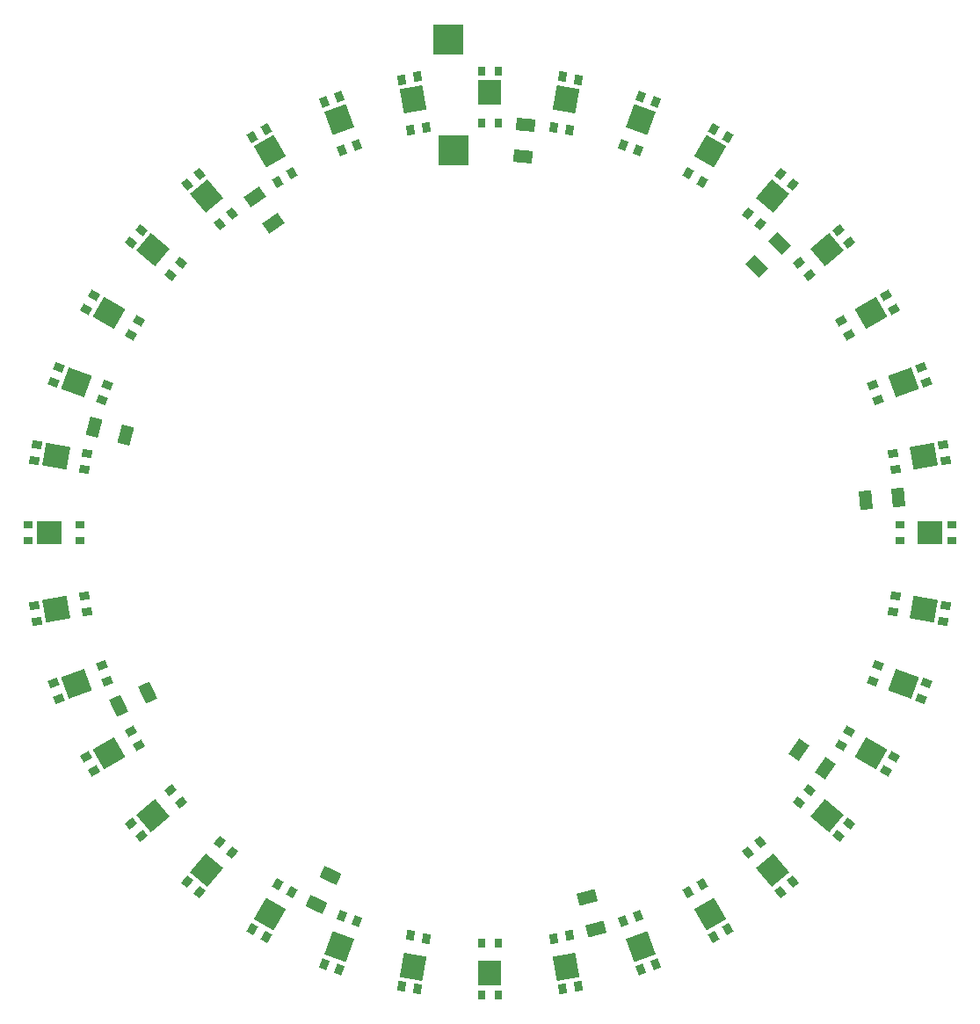
<source format=gtp>
G04*
G04 #@! TF.GenerationSoftware,Altium Limited,Altium Designer,19.1.7 (138)*
G04*
G04 Layer_Color=8421504*
%FSLAX25Y25*%
%MOIN*%
G70*
G01*
G75*
G04:AMPARAMS|DCode=12|XSize=70.87mil|YSize=47.24mil|CornerRadius=0mil|HoleSize=0mil|Usage=FLASHONLY|Rotation=315.000|XOffset=0mil|YOffset=0mil|HoleType=Round|Shape=Rectangle|*
%AMROTATEDRECTD12*
4,1,4,-0.04176,0.00835,-0.00835,0.04176,0.04176,-0.00835,0.00835,-0.04176,-0.04176,0.00835,0.0*
%
%ADD12ROTATEDRECTD12*%

G04:AMPARAMS|DCode=13|XSize=70.87mil|YSize=47.24mil|CornerRadius=0mil|HoleSize=0mil|Usage=FLASHONLY|Rotation=275.000|XOffset=0mil|YOffset=0mil|HoleType=Round|Shape=Rectangle|*
%AMROTATEDRECTD13*
4,1,4,-0.02662,0.03324,0.02044,0.03736,0.02662,-0.03324,-0.02044,-0.03736,-0.02662,0.03324,0.0*
%
%ADD13ROTATEDRECTD13*%

G04:AMPARAMS|DCode=14|XSize=70.87mil|YSize=47.24mil|CornerRadius=0mil|HoleSize=0mil|Usage=FLASHONLY|Rotation=235.000|XOffset=0mil|YOffset=0mil|HoleType=Round|Shape=Rectangle|*
%AMROTATEDRECTD14*
4,1,4,0.00097,0.04257,0.03967,0.01548,-0.00097,-0.04257,-0.03967,-0.01548,0.00097,0.04257,0.0*
%
%ADD14ROTATEDRECTD14*%

G04:AMPARAMS|DCode=15|XSize=70.87mil|YSize=47.24mil|CornerRadius=0mil|HoleSize=0mil|Usage=FLASHONLY|Rotation=195.000|XOffset=0mil|YOffset=0mil|HoleType=Round|Shape=Rectangle|*
%AMROTATEDRECTD15*
4,1,4,0.02811,0.03199,0.04034,-0.01365,-0.02811,-0.03199,-0.04034,0.01365,0.02811,0.03199,0.0*
%
%ADD15ROTATEDRECTD15*%

G04:AMPARAMS|DCode=16|XSize=70.87mil|YSize=47.24mil|CornerRadius=0mil|HoleSize=0mil|Usage=FLASHONLY|Rotation=75.000|XOffset=0mil|YOffset=0mil|HoleType=Round|Shape=Rectangle|*
%AMROTATEDRECTD16*
4,1,4,0.01365,-0.04034,-0.03199,-0.02811,-0.01365,0.04034,0.03199,0.02811,0.01365,-0.04034,0.0*
%
%ADD16ROTATEDRECTD16*%

G04:AMPARAMS|DCode=17|XSize=70.87mil|YSize=47.24mil|CornerRadius=0mil|HoleSize=0mil|Usage=FLASHONLY|Rotation=155.000|XOffset=0mil|YOffset=0mil|HoleType=Round|Shape=Rectangle|*
%AMROTATEDRECTD17*
4,1,4,0.04210,0.00643,0.02213,-0.03638,-0.04210,-0.00643,-0.02213,0.03638,0.04210,0.00643,0.0*
%
%ADD17ROTATEDRECTD17*%

G04:AMPARAMS|DCode=18|XSize=70.87mil|YSize=47.24mil|CornerRadius=0mil|HoleSize=0mil|Usage=FLASHONLY|Rotation=115.000|XOffset=0mil|YOffset=0mil|HoleType=Round|Shape=Rectangle|*
%AMROTATEDRECTD18*
4,1,4,0.03638,-0.02213,-0.00643,-0.04210,-0.03638,0.02213,0.00643,0.04210,0.03638,-0.02213,0.0*
%
%ADD18ROTATEDRECTD18*%

G04:AMPARAMS|DCode=19|XSize=70.87mil|YSize=47.24mil|CornerRadius=0mil|HoleSize=0mil|Usage=FLASHONLY|Rotation=35.000|XOffset=0mil|YOffset=0mil|HoleType=Round|Shape=Rectangle|*
%AMROTATEDRECTD19*
4,1,4,-0.01548,-0.03967,-0.04257,-0.00097,0.01548,0.03967,0.04257,0.00097,-0.01548,-0.03967,0.0*
%
%ADD19ROTATEDRECTD19*%

G04:AMPARAMS|DCode=20|XSize=86.61mil|YSize=93.31mil|CornerRadius=0mil|HoleSize=0mil|Usage=FLASHONLY|Rotation=290.000|XOffset=0mil|YOffset=0mil|HoleType=Round|Shape=Rectangle|*
%AMROTATEDRECTD20*
4,1,4,-0.05865,0.02474,0.02903,0.05665,0.05865,-0.02474,-0.02903,-0.05665,-0.05865,0.02474,0.0*
%
%ADD20ROTATEDRECTD20*%

G04:AMPARAMS|DCode=21|XSize=29.53mil|YSize=37.4mil|CornerRadius=0mil|HoleSize=0mil|Usage=FLASHONLY|Rotation=290.000|XOffset=0mil|YOffset=0mil|HoleType=Round|Shape=Rectangle|*
%AMROTATEDRECTD21*
4,1,4,-0.02262,0.00748,0.01252,0.02027,0.02262,-0.00748,-0.01252,-0.02027,-0.02262,0.00748,0.0*
%
%ADD21ROTATEDRECTD21*%

%ADD22R,0.11811X0.11811*%
G04:AMPARAMS|DCode=23|XSize=70.87mil|YSize=47.24mil|CornerRadius=0mil|HoleSize=0mil|Usage=FLASHONLY|Rotation=355.000|XOffset=0mil|YOffset=0mil|HoleType=Round|Shape=Rectangle|*
%AMROTATEDRECTD23*
4,1,4,-0.03736,-0.02044,-0.03324,0.02662,0.03736,0.02044,0.03324,-0.02662,-0.03736,-0.02044,0.0*
%
%ADD23ROTATEDRECTD23*%

%ADD24R,0.02953X0.03740*%
%ADD25R,0.08661X0.09331*%
G04:AMPARAMS|DCode=26|XSize=29.53mil|YSize=37.4mil|CornerRadius=0mil|HoleSize=0mil|Usage=FLASHONLY|Rotation=190.000|XOffset=0mil|YOffset=0mil|HoleType=Round|Shape=Rectangle|*
%AMROTATEDRECTD26*
4,1,4,0.01129,0.02098,0.01779,-0.01585,-0.01129,-0.02098,-0.01779,0.01585,0.01129,0.02098,0.0*
%
%ADD26ROTATEDRECTD26*%

G04:AMPARAMS|DCode=27|XSize=86.61mil|YSize=93.31mil|CornerRadius=0mil|HoleSize=0mil|Usage=FLASHONLY|Rotation=190.000|XOffset=0mil|YOffset=0mil|HoleType=Round|Shape=Rectangle|*
%AMROTATEDRECTD27*
4,1,4,0.03455,0.05347,0.05075,-0.03842,-0.03455,-0.05347,-0.05075,0.03842,0.03455,0.05347,0.0*
%
%ADD27ROTATEDRECTD27*%

G04:AMPARAMS|DCode=28|XSize=29.53mil|YSize=37.4mil|CornerRadius=0mil|HoleSize=0mil|Usage=FLASHONLY|Rotation=200.000|XOffset=0mil|YOffset=0mil|HoleType=Round|Shape=Rectangle|*
%AMROTATEDRECTD28*
4,1,4,0.00748,0.02262,0.02027,-0.01252,-0.00748,-0.02262,-0.02027,0.01252,0.00748,0.02262,0.0*
%
%ADD28ROTATEDRECTD28*%

G04:AMPARAMS|DCode=29|XSize=86.61mil|YSize=93.31mil|CornerRadius=0mil|HoleSize=0mil|Usage=FLASHONLY|Rotation=200.000|XOffset=0mil|YOffset=0mil|HoleType=Round|Shape=Rectangle|*
%AMROTATEDRECTD29*
4,1,4,0.02474,0.05865,0.05665,-0.02903,-0.02474,-0.05865,-0.05665,0.02903,0.02474,0.05865,0.0*
%
%ADD29ROTATEDRECTD29*%

G04:AMPARAMS|DCode=30|XSize=29.53mil|YSize=37.4mil|CornerRadius=0mil|HoleSize=0mil|Usage=FLASHONLY|Rotation=210.000|XOffset=0mil|YOffset=0mil|HoleType=Round|Shape=Rectangle|*
%AMROTATEDRECTD30*
4,1,4,0.00344,0.02358,0.02214,-0.00881,-0.00344,-0.02358,-0.02214,0.00881,0.00344,0.02358,0.0*
%
%ADD30ROTATEDRECTD30*%

G04:AMPARAMS|DCode=31|XSize=86.61mil|YSize=93.31mil|CornerRadius=0mil|HoleSize=0mil|Usage=FLASHONLY|Rotation=210.000|XOffset=0mil|YOffset=0mil|HoleType=Round|Shape=Rectangle|*
%AMROTATEDRECTD31*
4,1,4,0.01418,0.06206,0.06083,-0.01875,-0.01418,-0.06206,-0.06083,0.01875,0.01418,0.06206,0.0*
%
%ADD31ROTATEDRECTD31*%

G04:AMPARAMS|DCode=32|XSize=29.53mil|YSize=37.4mil|CornerRadius=0mil|HoleSize=0mil|Usage=FLASHONLY|Rotation=220.000|XOffset=0mil|YOffset=0mil|HoleType=Round|Shape=Rectangle|*
%AMROTATEDRECTD32*
4,1,4,-0.00071,0.02382,0.02333,-0.00484,0.00071,-0.02382,-0.02333,0.00484,-0.00071,0.02382,0.0*
%
%ADD32ROTATEDRECTD32*%

G04:AMPARAMS|DCode=33|XSize=86.61mil|YSize=93.31mil|CornerRadius=0mil|HoleSize=0mil|Usage=FLASHONLY|Rotation=220.000|XOffset=0mil|YOffset=0mil|HoleType=Round|Shape=Rectangle|*
%AMROTATEDRECTD33*
4,1,4,0.00319,0.06358,0.06316,-0.00790,-0.00319,-0.06358,-0.06316,0.00790,0.00319,0.06358,0.0*
%
%ADD33ROTATEDRECTD33*%

G04:AMPARAMS|DCode=34|XSize=29.53mil|YSize=37.4mil|CornerRadius=0mil|HoleSize=0mil|Usage=FLASHONLY|Rotation=230.000|XOffset=0mil|YOffset=0mil|HoleType=Round|Shape=Rectangle|*
%AMROTATEDRECTD34*
4,1,4,-0.00484,0.02333,0.02382,-0.00071,0.00484,-0.02333,-0.02382,0.00071,-0.00484,0.02333,0.0*
%
%ADD34ROTATEDRECTD34*%

G04:AMPARAMS|DCode=35|XSize=86.61mil|YSize=93.31mil|CornerRadius=0mil|HoleSize=0mil|Usage=FLASHONLY|Rotation=230.000|XOffset=0mil|YOffset=0mil|HoleType=Round|Shape=Rectangle|*
%AMROTATEDRECTD35*
4,1,4,-0.00790,0.06316,0.06358,0.00319,0.00790,-0.06316,-0.06358,-0.00319,-0.00790,0.06316,0.0*
%
%ADD35ROTATEDRECTD35*%

G04:AMPARAMS|DCode=36|XSize=29.53mil|YSize=37.4mil|CornerRadius=0mil|HoleSize=0mil|Usage=FLASHONLY|Rotation=240.000|XOffset=0mil|YOffset=0mil|HoleType=Round|Shape=Rectangle|*
%AMROTATEDRECTD36*
4,1,4,-0.00881,0.02214,0.02358,0.00344,0.00881,-0.02214,-0.02358,-0.00344,-0.00881,0.02214,0.0*
%
%ADD36ROTATEDRECTD36*%

G04:AMPARAMS|DCode=37|XSize=86.61mil|YSize=93.31mil|CornerRadius=0mil|HoleSize=0mil|Usage=FLASHONLY|Rotation=240.000|XOffset=0mil|YOffset=0mil|HoleType=Round|Shape=Rectangle|*
%AMROTATEDRECTD37*
4,1,4,-0.01875,0.06083,0.06206,0.01418,0.01875,-0.06083,-0.06206,-0.01418,-0.01875,0.06083,0.0*
%
%ADD37ROTATEDRECTD37*%

G04:AMPARAMS|DCode=38|XSize=29.53mil|YSize=37.4mil|CornerRadius=0mil|HoleSize=0mil|Usage=FLASHONLY|Rotation=250.000|XOffset=0mil|YOffset=0mil|HoleType=Round|Shape=Rectangle|*
%AMROTATEDRECTD38*
4,1,4,-0.01252,0.02027,0.02262,0.00748,0.01252,-0.02027,-0.02262,-0.00748,-0.01252,0.02027,0.0*
%
%ADD38ROTATEDRECTD38*%

G04:AMPARAMS|DCode=39|XSize=86.61mil|YSize=93.31mil|CornerRadius=0mil|HoleSize=0mil|Usage=FLASHONLY|Rotation=250.000|XOffset=0mil|YOffset=0mil|HoleType=Round|Shape=Rectangle|*
%AMROTATEDRECTD39*
4,1,4,-0.02903,0.05665,0.05865,0.02474,0.02903,-0.05665,-0.05865,-0.02474,-0.02903,0.05665,0.0*
%
%ADD39ROTATEDRECTD39*%

G04:AMPARAMS|DCode=40|XSize=29.53mil|YSize=37.4mil|CornerRadius=0mil|HoleSize=0mil|Usage=FLASHONLY|Rotation=260.000|XOffset=0mil|YOffset=0mil|HoleType=Round|Shape=Rectangle|*
%AMROTATEDRECTD40*
4,1,4,-0.01585,0.01779,0.02098,0.01129,0.01585,-0.01779,-0.02098,-0.01129,-0.01585,0.01779,0.0*
%
%ADD40ROTATEDRECTD40*%

G04:AMPARAMS|DCode=41|XSize=86.61mil|YSize=93.31mil|CornerRadius=0mil|HoleSize=0mil|Usage=FLASHONLY|Rotation=260.000|XOffset=0mil|YOffset=0mil|HoleType=Round|Shape=Rectangle|*
%AMROTATEDRECTD41*
4,1,4,-0.03842,0.05075,0.05347,0.03455,0.03842,-0.05075,-0.05347,-0.03455,-0.03842,0.05075,0.0*
%
%ADD41ROTATEDRECTD41*%

%ADD42R,0.03740X0.02953*%
%ADD43R,0.09331X0.08661*%
G04:AMPARAMS|DCode=44|XSize=29.53mil|YSize=37.4mil|CornerRadius=0mil|HoleSize=0mil|Usage=FLASHONLY|Rotation=100.000|XOffset=0mil|YOffset=0mil|HoleType=Round|Shape=Rectangle|*
%AMROTATEDRECTD44*
4,1,4,0.02098,-0.01129,-0.01585,-0.01779,-0.02098,0.01129,0.01585,0.01779,0.02098,-0.01129,0.0*
%
%ADD44ROTATEDRECTD44*%

G04:AMPARAMS|DCode=45|XSize=86.61mil|YSize=93.31mil|CornerRadius=0mil|HoleSize=0mil|Usage=FLASHONLY|Rotation=100.000|XOffset=0mil|YOffset=0mil|HoleType=Round|Shape=Rectangle|*
%AMROTATEDRECTD45*
4,1,4,0.05347,-0.03455,-0.03842,-0.05075,-0.05347,0.03455,0.03842,0.05075,0.05347,-0.03455,0.0*
%
%ADD45ROTATEDRECTD45*%

G04:AMPARAMS|DCode=46|XSize=29.53mil|YSize=37.4mil|CornerRadius=0mil|HoleSize=0mil|Usage=FLASHONLY|Rotation=120.000|XOffset=0mil|YOffset=0mil|HoleType=Round|Shape=Rectangle|*
%AMROTATEDRECTD46*
4,1,4,0.02358,-0.00344,-0.00881,-0.02214,-0.02358,0.00344,0.00881,0.02214,0.02358,-0.00344,0.0*
%
%ADD46ROTATEDRECTD46*%

G04:AMPARAMS|DCode=47|XSize=86.61mil|YSize=93.31mil|CornerRadius=0mil|HoleSize=0mil|Usage=FLASHONLY|Rotation=120.000|XOffset=0mil|YOffset=0mil|HoleType=Round|Shape=Rectangle|*
%AMROTATEDRECTD47*
4,1,4,0.06206,-0.01418,-0.01875,-0.06083,-0.06206,0.01418,0.01875,0.06083,0.06206,-0.01418,0.0*
%
%ADD47ROTATEDRECTD47*%

G04:AMPARAMS|DCode=48|XSize=29.53mil|YSize=37.4mil|CornerRadius=0mil|HoleSize=0mil|Usage=FLASHONLY|Rotation=130.000|XOffset=0mil|YOffset=0mil|HoleType=Round|Shape=Rectangle|*
%AMROTATEDRECTD48*
4,1,4,0.02382,0.00071,-0.00484,-0.02333,-0.02382,-0.00071,0.00484,0.02333,0.02382,0.00071,0.0*
%
%ADD48ROTATEDRECTD48*%

G04:AMPARAMS|DCode=49|XSize=86.61mil|YSize=93.31mil|CornerRadius=0mil|HoleSize=0mil|Usage=FLASHONLY|Rotation=130.000|XOffset=0mil|YOffset=0mil|HoleType=Round|Shape=Rectangle|*
%AMROTATEDRECTD49*
4,1,4,0.06358,-0.00319,-0.00790,-0.06316,-0.06358,0.00319,0.00790,0.06316,0.06358,-0.00319,0.0*
%
%ADD49ROTATEDRECTD49*%

G04:AMPARAMS|DCode=50|XSize=29.53mil|YSize=37.4mil|CornerRadius=0mil|HoleSize=0mil|Usage=FLASHONLY|Rotation=140.000|XOffset=0mil|YOffset=0mil|HoleType=Round|Shape=Rectangle|*
%AMROTATEDRECTD50*
4,1,4,0.02333,0.00484,-0.00071,-0.02382,-0.02333,-0.00484,0.00071,0.02382,0.02333,0.00484,0.0*
%
%ADD50ROTATEDRECTD50*%

G04:AMPARAMS|DCode=51|XSize=86.61mil|YSize=93.31mil|CornerRadius=0mil|HoleSize=0mil|Usage=FLASHONLY|Rotation=140.000|XOffset=0mil|YOffset=0mil|HoleType=Round|Shape=Rectangle|*
%AMROTATEDRECTD51*
4,1,4,0.06316,0.00790,0.00319,-0.06358,-0.06316,-0.00790,-0.00319,0.06358,0.06316,0.00790,0.0*
%
%ADD51ROTATEDRECTD51*%

G04:AMPARAMS|DCode=52|XSize=29.53mil|YSize=37.4mil|CornerRadius=0mil|HoleSize=0mil|Usage=FLASHONLY|Rotation=150.000|XOffset=0mil|YOffset=0mil|HoleType=Round|Shape=Rectangle|*
%AMROTATEDRECTD52*
4,1,4,0.02214,0.00881,0.00344,-0.02358,-0.02214,-0.00881,-0.00344,0.02358,0.02214,0.00881,0.0*
%
%ADD52ROTATEDRECTD52*%

G04:AMPARAMS|DCode=53|XSize=86.61mil|YSize=93.31mil|CornerRadius=0mil|HoleSize=0mil|Usage=FLASHONLY|Rotation=150.000|XOffset=0mil|YOffset=0mil|HoleType=Round|Shape=Rectangle|*
%AMROTATEDRECTD53*
4,1,4,0.06083,0.01875,0.01418,-0.06206,-0.06083,-0.01875,-0.01418,0.06206,0.06083,0.01875,0.0*
%
%ADD53ROTATEDRECTD53*%

G04:AMPARAMS|DCode=54|XSize=29.53mil|YSize=37.4mil|CornerRadius=0mil|HoleSize=0mil|Usage=FLASHONLY|Rotation=160.000|XOffset=0mil|YOffset=0mil|HoleType=Round|Shape=Rectangle|*
%AMROTATEDRECTD54*
4,1,4,0.02027,0.01252,0.00748,-0.02262,-0.02027,-0.01252,-0.00748,0.02262,0.02027,0.01252,0.0*
%
%ADD54ROTATEDRECTD54*%

G04:AMPARAMS|DCode=55|XSize=86.61mil|YSize=93.31mil|CornerRadius=0mil|HoleSize=0mil|Usage=FLASHONLY|Rotation=160.000|XOffset=0mil|YOffset=0mil|HoleType=Round|Shape=Rectangle|*
%AMROTATEDRECTD55*
4,1,4,0.05665,0.02903,0.02474,-0.05865,-0.05665,-0.02903,-0.02474,0.05865,0.05665,0.02903,0.0*
%
%ADD55ROTATEDRECTD55*%

G04:AMPARAMS|DCode=56|XSize=29.53mil|YSize=37.4mil|CornerRadius=0mil|HoleSize=0mil|Usage=FLASHONLY|Rotation=170.000|XOffset=0mil|YOffset=0mil|HoleType=Round|Shape=Rectangle|*
%AMROTATEDRECTD56*
4,1,4,0.01779,0.01585,0.01129,-0.02098,-0.01779,-0.01585,-0.01129,0.02098,0.01779,0.01585,0.0*
%
%ADD56ROTATEDRECTD56*%

G04:AMPARAMS|DCode=57|XSize=86.61mil|YSize=93.31mil|CornerRadius=0mil|HoleSize=0mil|Usage=FLASHONLY|Rotation=170.000|XOffset=0mil|YOffset=0mil|HoleType=Round|Shape=Rectangle|*
%AMROTATEDRECTD57*
4,1,4,0.05075,0.03842,0.03455,-0.05347,-0.05075,-0.03842,-0.03455,0.05347,0.05075,0.03842,0.0*
%
%ADD57ROTATEDRECTD57*%

D12*
X101306Y101225D02*
D03*
X109936Y109855D02*
D03*
D13*
X142671Y12424D02*
D03*
X154829Y13488D02*
D03*
D14*
X117279Y-82190D02*
D03*
X127276Y-89190D02*
D03*
D15*
X37010Y-138346D02*
D03*
X40169Y-150135D02*
D03*
D16*
X-138316Y37121D02*
D03*
X-150105Y40280D02*
D03*
D17*
X-60576Y-129769D02*
D03*
X-65734Y-140830D02*
D03*
D18*
X-129817Y-60471D02*
D03*
X-140879Y-65629D02*
D03*
D19*
X-82095Y117345D02*
D03*
X-89096Y127342D02*
D03*
D20*
X-156918Y-57113D02*
D03*
X156918Y57113D02*
D03*
D21*
X-165583Y-57020D02*
D03*
X-163496Y-62755D02*
D03*
X-145182Y-56089D02*
D03*
X-147269Y-50355D02*
D03*
X147269Y50355D02*
D03*
X145182Y56089D02*
D03*
X163496Y62755D02*
D03*
X165583Y57020D02*
D03*
D22*
X-15748Y187008D02*
D03*
X-13780Y145158D02*
D03*
D23*
X13603Y154819D02*
D03*
X12539Y142661D02*
D03*
D24*
X3051Y155610D02*
D03*
X-3051Y155610D02*
D03*
X-3051Y175100D02*
D03*
X3051Y175100D02*
D03*
X-3051Y-155610D02*
D03*
X3051Y-155610D02*
D03*
X3051Y-175100D02*
D03*
X-3051Y-175100D02*
D03*
D25*
X0Y166988D02*
D03*
X0Y-166988D02*
D03*
D26*
X-24017Y153776D02*
D03*
X-30026Y152716D02*
D03*
X-33411Y171910D02*
D03*
X-27401Y172969D02*
D03*
X24017Y-153776D02*
D03*
X30026Y-152716D02*
D03*
X33411Y-171910D02*
D03*
X27401Y-172969D02*
D03*
D27*
X-28997Y164451D02*
D03*
X28997Y-164451D02*
D03*
D28*
X-50355Y147269D02*
D03*
X-56089Y145182D02*
D03*
X-62755Y163496D02*
D03*
X-57020Y165583D02*
D03*
X50355Y-147269D02*
D03*
X56089Y-145182D02*
D03*
X62755Y-163496D02*
D03*
X57020Y-165583D02*
D03*
D29*
X-57113Y156918D02*
D03*
X57113Y-156918D02*
D03*
D30*
X-75163Y136288D02*
D03*
X-80448Y133237D02*
D03*
X-90192Y150115D02*
D03*
X-84907Y153166D02*
D03*
X75163Y-136288D02*
D03*
X80448Y-133237D02*
D03*
X90192Y-150115D02*
D03*
X84907Y-153166D02*
D03*
D31*
X-83494Y144616D02*
D03*
X83494Y-144616D02*
D03*
D32*
X-97687Y121166D02*
D03*
X-102362Y117243D02*
D03*
X-114889Y132173D02*
D03*
X-110215Y136095D02*
D03*
X97687Y-121166D02*
D03*
X102362Y-117243D02*
D03*
X114889Y-132173D02*
D03*
X110214Y-136095D02*
D03*
D33*
X-107338Y127920D02*
D03*
X107338Y-127920D02*
D03*
D34*
X-117243Y102362D02*
D03*
X-121166Y97687D02*
D03*
X-136095Y110215D02*
D03*
X-132173Y114889D02*
D03*
X117243Y-102362D02*
D03*
X121166Y-97687D02*
D03*
X136095Y-110215D02*
D03*
X132173Y-114889D02*
D03*
D35*
X-127920Y107338D02*
D03*
X127920Y-107338D02*
D03*
D36*
X-133237Y80448D02*
D03*
X-136288Y75163D02*
D03*
X-153166Y84907D02*
D03*
X-150115Y90192D02*
D03*
X133237Y-80448D02*
D03*
X136288Y-75163D02*
D03*
X153166Y-84907D02*
D03*
X150115Y-90192D02*
D03*
D37*
X-144616Y83494D02*
D03*
X144616Y-83494D02*
D03*
D38*
X-145182Y56089D02*
D03*
X-147269Y50355D02*
D03*
X-165583Y57020D02*
D03*
X-163496Y62755D02*
D03*
X145182Y-56089D02*
D03*
X147269Y-50355D02*
D03*
X165583Y-57020D02*
D03*
X163496Y-62755D02*
D03*
D39*
X-156918Y57113D02*
D03*
X156918Y-57113D02*
D03*
D40*
X-152716Y30026D02*
D03*
X-153776Y24017D02*
D03*
X-172969Y27401D02*
D03*
X-171910Y33411D02*
D03*
X152716Y-30026D02*
D03*
X153776Y-24017D02*
D03*
X172969Y-27401D02*
D03*
X171910Y-33411D02*
D03*
D41*
X-164451Y28997D02*
D03*
X164451Y-28997D02*
D03*
D42*
X155610Y-3051D02*
D03*
Y3051D02*
D03*
X175100Y3051D02*
D03*
X175100Y-3051D02*
D03*
X-155610Y3051D02*
D03*
Y-3051D02*
D03*
X-175100D02*
D03*
Y3051D02*
D03*
D43*
X166988Y-0D02*
D03*
X-166988Y0D02*
D03*
D44*
X153776Y24017D02*
D03*
X152716Y30026D02*
D03*
X171910Y33411D02*
D03*
X172969Y27401D02*
D03*
X-153776Y-24017D02*
D03*
X-152716Y-30026D02*
D03*
X-171910Y-33411D02*
D03*
X-172969Y-27401D02*
D03*
D45*
X164451Y28997D02*
D03*
X-164451Y-28997D02*
D03*
D46*
X136288Y75163D02*
D03*
X133237Y80448D02*
D03*
X150115Y90192D02*
D03*
X153166Y84907D02*
D03*
X-136288Y-75163D02*
D03*
X-133237Y-80448D02*
D03*
X-150115Y-90192D02*
D03*
X-153166Y-84907D02*
D03*
D47*
X144616Y83494D02*
D03*
X-144616Y-83494D02*
D03*
D48*
X121166Y97687D02*
D03*
X117243Y102362D02*
D03*
X132173Y114889D02*
D03*
X136095Y110214D02*
D03*
X-121166Y-97687D02*
D03*
X-117243Y-102362D02*
D03*
X-132173Y-114889D02*
D03*
X-136095Y-110214D02*
D03*
D49*
X127920Y107338D02*
D03*
X-127920Y-107338D02*
D03*
D50*
X102362Y117243D02*
D03*
X97687Y121166D02*
D03*
X110215Y136095D02*
D03*
X114889Y132173D02*
D03*
X-102362Y-117243D02*
D03*
X-97687Y-121166D02*
D03*
X-110214Y-136095D02*
D03*
X-114889Y-132173D02*
D03*
D51*
X107338Y127920D02*
D03*
X-107338Y-127920D02*
D03*
D52*
X80448Y133237D02*
D03*
X75163Y136288D02*
D03*
X84907Y153166D02*
D03*
X90192Y150115D02*
D03*
X-80448Y-133237D02*
D03*
X-75163Y-136288D02*
D03*
X-84907Y-153166D02*
D03*
X-90192Y-150115D02*
D03*
D53*
X83494Y144616D02*
D03*
X-83494Y-144616D02*
D03*
D54*
X56089Y145182D02*
D03*
X50355Y147269D02*
D03*
X57020Y165583D02*
D03*
X62755Y163496D02*
D03*
X-56089Y-145182D02*
D03*
X-50355Y-147269D02*
D03*
X-57020Y-165583D02*
D03*
X-62755Y-163496D02*
D03*
D55*
X57113Y156918D02*
D03*
X-57113Y-156918D02*
D03*
D56*
X30026Y152716D02*
D03*
X24017Y153776D02*
D03*
X27401Y172969D02*
D03*
X33411Y171910D02*
D03*
X-30026Y-152716D02*
D03*
X-24017Y-153776D02*
D03*
X-27401Y-172969D02*
D03*
X-33411Y-171910D02*
D03*
D57*
X28997Y164451D02*
D03*
X-28997Y-164451D02*
D03*
M02*

</source>
